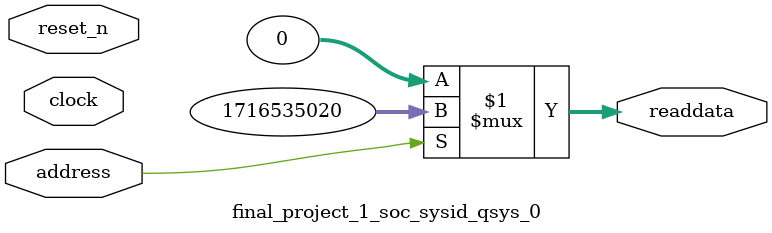
<source format=v>



// synthesis translate_off
`timescale 1ns / 1ps
// synthesis translate_on

// turn off superfluous verilog processor warnings 
// altera message_level Level1 
// altera message_off 10034 10035 10036 10037 10230 10240 10030 

module final_project_1_soc_sysid_qsys_0 (
               // inputs:
                address,
                clock,
                reset_n,

               // outputs:
                readdata
             )
;

  output  [ 31: 0] readdata;
  input            address;
  input            clock;
  input            reset_n;

  wire    [ 31: 0] readdata;
  //control_slave, which is an e_avalon_slave
  assign readdata = address ? 1716535020 : 0;

endmodule



</source>
